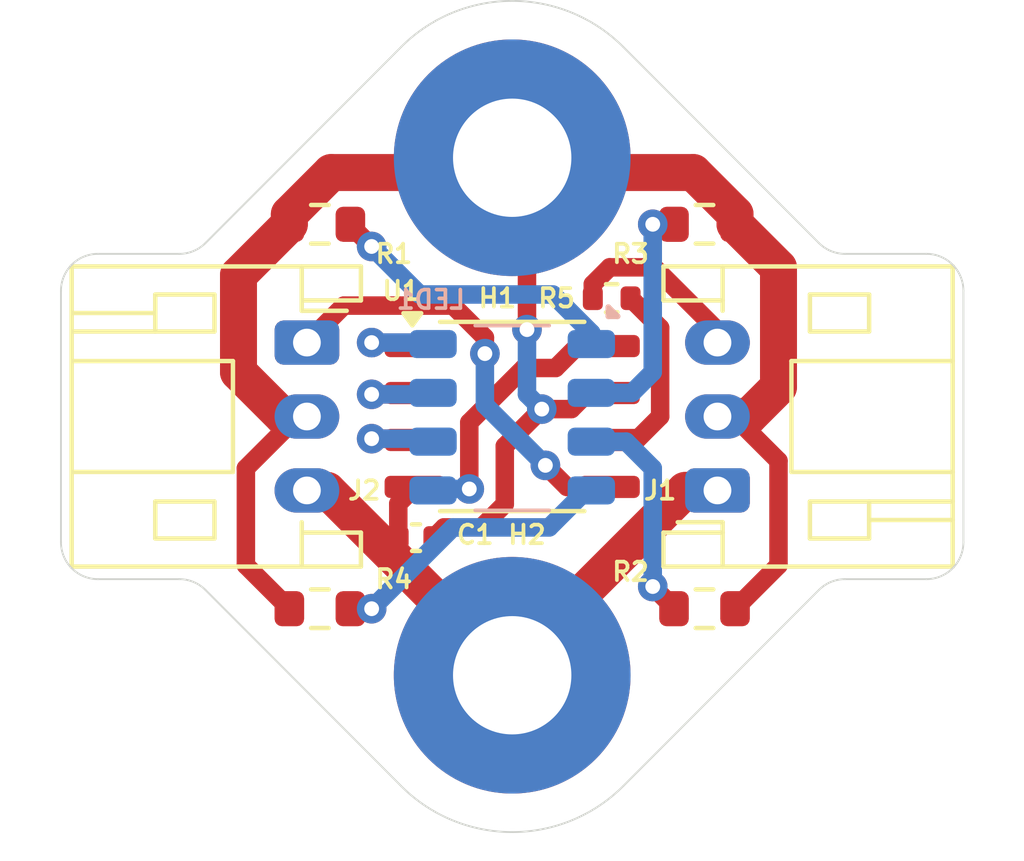
<source format=kicad_pcb>
(kicad_pcb (version 20240108) (generator "pcbnew") (generator_version "8.0")
  (layers (0 "F.Cu" signal) (31 "B.Cu" signal) (34 "B.Paste" user) (35 "F.Paste" user) (36 "B.SilkS" user "B.Silkscreen") (37 "F.SilkS" user "F.Silkscreen") (38 "B.Mask" user) (39 "F.Mask" user) (44 "Edge.Cuts" user))
  (net 0 "")
  (net 1 "GND")
  (net 2 "/DIN")
  (net 3 "+5V")
  (net 4 "/DO")
  (net 5 "/OUTW")
  (net 6 "/OUTR")
  (net 7 "/OUTG")
  (net 8 "/OUTB")
  (net 9 "Net-(LED1-GA)")
  (net 10 "Net-(LED1-WA)")
  (net 11 "Net-(LED1-BA)")
  (net 12 "Net-(LED1-RA)")
  (net 13 "Net-(U1-DIN)")
  (footprint "MountingHole:MountingHole_3.2mm_M3_Pad" (layer "F.Cu") (at 165 113)
    (property "Reference" "H1" (at -0.4 3.8 0) (layer "F.SilkS") (effects (font (size 0.5 0.5) (thickness 0.1))))
    (property "Value" "MountingHole_Pad")
    (pad "1" thru_hole circle (at 0 0) (size 6.4 6.4) (drill 3.2) (layers "*.Cu" "*.Mask") (net 3 "+5V"))
  )
  (footprint "Resistor_SMD:R_0603_1608Metric" (layer "F.Cu") (at 170.2 125.2 180)
    (property "Reference" "R2" (at 2 1 360) (layer "F.SilkS") (effects (font (size 0.5 0.5) (thickness 0.1))))
    (property "Value" "120")
    (fp_line (start -0.237258 0.5225) (end 0.237258 0.5225) (stroke (width 0.12)) (layer "F.SilkS"))
    (fp_line (start -0.237258 -0.5225) (end 0.237258 -0.5225) (stroke (width 0.12)) (layer "F.SilkS"))
    (pad "1" smd roundrect (at -0.825 0 180) (size 0.8 0.95) (layers "F.Cu" "F.Paste" "F.Mask") (net 3 "+5V"))
    (pad "2" smd roundrect (at 0.825 0 180) (size 0.8 0.95) (layers "F.Cu" "F.Paste" "F.Mask") (net 11 "Net-(LED1-BA)"))
  )
  (footprint "Resistor_SMD:R_0603_1608Metric" (layer "F.Cu") (at 170.2 114.8 180)
    (property "Reference" "R3" (at 2 -0.8 360) (layer "F.SilkS") (effects (font (size 0.5 0.5) (thickness 0.1))))
    (property "Value" "120")
    (fp_line (start -0.237258 0.5225) (end 0.237258 0.5225) (stroke (width 0.12)) (layer "F.SilkS"))
    (fp_line (start -0.237258 -0.5225) (end 0.237258 -0.5225) (stroke (width 0.12)) (layer "F.SilkS"))
    (pad "1" smd roundrect (at -0.825 0 180) (size 0.8 0.95) (layers "F.Cu" "F.Paste" "F.Mask") (net 3 "+5V"))
    (pad "2" smd roundrect (at 0.825 0 180) (size 0.8 0.95) (layers "F.Cu" "F.Paste" "F.Mask") (net 9 "Net-(LED1-GA)"))
  )
  (footprint "Capacitor_SMD:C_0402_1005Metric" (layer "F.Cu") (at 162.4 123.277076)
    (property "Reference" "C1" (at 1.6 -0.077076 0) (layer "F.SilkS") (effects (font (size 0.5 0.5) (thickness 0.1))))
    (property "Value" "100n")
    (fp_line (start -0.107836 -0.36) (end 0.107836 -0.36) (stroke (width 0.12)) (layer "F.SilkS"))
    (fp_line (start -0.107836 0.36) (end 0.107836 0.36) (stroke (width 0.12)) (layer "F.SilkS"))
    (pad "1" smd roundrect (at -0.48 0) (size 0.56 0.62) (layers "F.Cu" "F.Paste" "F.Mask") (net 1 "GND"))
    (pad "2" smd roundrect (at 0.48 0) (size 0.56 0.62) (layers "F.Cu" "F.Paste" "F.Mask") (net 3 "+5V"))
  )
  (footprint "MountingHole:MountingHole_3.2mm_M3_Pad" (layer "F.Cu") (at 165 127)
    (property "Reference" "H2" (at 0.4 -3.8 0) (layer "F.SilkS") (effects (font (size 0.5 0.5) (thickness 0.1))))
    (property "Value" "MountingHole_Pad")
    (pad "1" thru_hole circle (at 0 0) (size 6.4 6.4) (drill 3.2) (layers "*.Cu" "*.Mask") (net 1 "GND"))
  )
  (footprint "Connector_JST:JST_PH_S3B-PH-K_1x03_P2.00mm_Horizontal" (layer "F.Cu") (at 159.45 118 -90)
    (property "Reference" "J2" (at 4 -1.55 180) (layer "F.SilkS") (effects (font (size 0.5 0.5) (thickness 0.1))))
    (property "Value" "Conn_01x03_Pin")
    (fp_line (start 0.5 6.360001) (end 0.5 2) (stroke (width 0.12)) (layer "F.SilkS"))
    (fp_line (start -2.06 6.36) (end 6.06 6.36) (stroke (width 0.12)) (layer "F.SilkS"))
    (fp_line (start 6.06 6.36) (end 6.06 -1.46) (stroke (width 0.12)) (layer "F.SilkS"))
    (fp_line (start -1.3 4.1) (end -0.3 4.1) (stroke (width 0.12)) (layer "F.SilkS"))
    (fp_line (start -0.8 4.1) (end -0.8 6.360001) (stroke (width 0.12)) (layer "F.SilkS"))
    (fp_line (start -0.3 4.1) (end -0.3 6.36) (stroke (width 0.12)) (layer "F.SilkS"))
    (fp_line (start -0.3 4.1) (end -0.3 2.5) (stroke (width 0.12)) (layer "F.SilkS"))
    (fp_line (start 4.3 4.1) (end 4.3 2.5) (stroke (width 0.12)) (layer "F.SilkS"))
    (fp_line (start 5.3 4.1) (end 4.3 4.1) (stroke (width 0.12)) (layer "F.SilkS"))
    (fp_line (start -1.3 2.5) (end -1.3 4.1) (stroke (width 0.12)) (layer "F.SilkS"))
    (fp_line (start -0.3 2.5) (end -1.3 2.5) (stroke (width 0.12)) (layer "F.SilkS"))
    (fp_line (start 4.3 2.5) (end 5.3 2.5) (stroke (width 0.12)) (layer "F.SilkS"))
    (fp_line (start 5.3 2.5) (end 5.3 4.1) (stroke (width 0.12)) (layer "F.SilkS"))
    (fp_line (start 0.5 2) (end 3.5 2) (stroke (width 0.12)) (layer "F.SilkS"))
    (fp_line (start 3.5 2) (end 3.5 6.36) (stroke (width 0.12)) (layer "F.SilkS"))
    (fp_line (start -2.06 0.14) (end -1.14 0.14) (stroke (width 0.12)) (layer "F.SilkS"))
    (fp_line (start -1.14 0.14) (end -1.14 -1.46) (stroke (width 0.12)) (layer "F.SilkS"))
    (fp_line (start -0.86 0.14) (end -1.14 0.14) (stroke (width 0.12)) (layer "F.SilkS"))
    (fp_line (start -0.86 0.14) (end -0.86 -1.075) (stroke (width 0.12)) (layer "F.SilkS"))
    (fp_line (start 5.14 0.14) (end 4.86 0.14) (stroke (width 0.12)) (layer "F.SilkS"))
    (fp_line (start 6.06 0.14) (end 5.14 0.14) (stroke (width 0.12)) (layer "F.SilkS"))
    (fp_line (start -2.06 -1.46) (end -2.06 6.36) (stroke (width 0.12)) (layer "F.SilkS"))
    (fp_line (start -1.14 -1.46) (end -2.06 -1.46) (stroke (width 0.12)) (layer "F.SilkS"))
    (fp_line (start 5.14 -1.46) (end 5.14 0.14) (stroke (width 0.12)) (layer "F.SilkS"))
    (fp_line (start 6.06 -1.46) (end 5.14 -1.46) (stroke (width 0.12)) (layer "F.SilkS"))
    (pad "1" thru_hole roundrect (at 0 0 270) (size 1.2 1.75) (drill 0.75) (layers "*.Cu" "*.Mask") (roundrect_rratio 0.208333) (net 4 "/DO"))
    (pad "2" thru_hole oval (at 2.000001 0 270) (size 1.2 1.75) (drill 0.75) (layers "*.Cu" "*.Mask") (net 3 "+5V"))
    (pad "3" thru_hole oval (at 4 0 270) (size 1.2 1.75) (drill 0.75) (layers "*.Cu" "*.Mask") (net 1 "GND"))
  )
  (footprint "Package_SO:SOP-8_3.9x4.9mm_P1.27mm" (layer "F.Cu") (at 165 120)
    (property "Reference" "U1" (at -3 -3.4 0) (layer "F.SilkS") (effects (font (size 0.5 0.5) (thickness 0.1))))
    (property "Value" "TM1814")
    (fp_line (start 0 -2.56) (end -1.95 -2.56) (stroke (width 0.12)) (layer "F.SilkS"))
    (fp_line (start 0 -2.56) (end 1.95 -2.56) (stroke (width 0.12)) (layer "F.SilkS"))
    (fp_line (start 0 2.56) (end -1.95 2.56) (stroke (width 0.12)) (layer "F.SilkS"))
    (fp_line (start 0 2.56) (end 1.95 2.56) (stroke (width 0.12)) (layer "F.SilkS"))
    (fp_poly (pts (xy -2.7 -2.465) (xy -2.94 -2.795) (xy -2.46 -2.795) (xy -2.7 -2.465)) (stroke (width 0.12)) (fill solid) (layer "F.SilkS"))
    (pad "1" smd roundrect (at -2.625 -1.905) (size 1.65 0.6) (layers "F.Cu" "F.Paste" "F.Mask") (net 6 "/OUTR"))
    (pad "2" smd roundrect (at -2.625 -0.635) (size 1.65 0.6) (layers "F.Cu" "F.Paste" "F.Mask") (net 7 "/OUTG"))
    (pad "3" smd roundrect (at -2.625 0.635) (size 1.65 0.6) (layers "F.Cu" "F.Paste" "F.Mask") (net 8 "/OUTB"))
    (pad "4" smd roundrect (at -2.625 1.905) (size 1.65 0.6) (layers "F.Cu" "F.Paste" "F.Mask") (net 1 "GND"))
    (pad "5" smd roundrect (at 2.625 1.905) (size 1.65 0.6) (layers "F.Cu" "F.Paste" "F.Mask") (net 4 "/DO"))
    (pad "6" smd roundrect (at 2.625 0.635) (size 1.65 0.6) (layers "F.Cu" "F.Paste" "F.Mask") (net 13 "Net-(U1-DIN)"))
    (pad "7" smd roundrect (at 2.625 -0.635) (size 1.65 0.6) (layers "F.Cu" "F.Paste" "F.Mask") (net 3 "+5V"))
    (pad "8" smd roundrect (at 2.625 -1.905) (size 1.65 0.6) (layers "F.Cu" "F.Paste" "F.Mask") (net 5 "/OUTW"))
  )
  (footprint "Resistor_SMD:R_0603_1608Metric" (layer "F.Cu") (at 159.8 125.2)
    (property "Reference" "R4" (at 2 -0.8 360) (layer "F.SilkS") (effects (font (size 0.5 0.5) (thickness 0.1))))
    (property "Value" "120")
    (fp_line (start -0.237258 -0.5225) (end 0.237258 -0.5225) (stroke (width 0.12)) (layer "F.SilkS"))
    (fp_line (start -0.237258 0.5225) (end 0.237258 0.5225) (stroke (width 0.12)) (layer "F.SilkS"))
    (pad "1" smd roundrect (at -0.825 0) (size 0.8 0.95) (layers "F.Cu" "F.Paste" "F.Mask") (net 3 "+5V"))
    (pad "2" smd roundrect (at 0.825 0) (size 0.8 0.95) (layers "F.Cu" "F.Paste" "F.Mask") (net 10 "Net-(LED1-WA)"))
  )
  (footprint "Connector_JST:JST_PH_S3B-PH-K_1x03_P2.00mm_Horizontal" (layer "F.Cu") (at 170.55 122 90)
    (property "Reference" "J1" (at 0 -1.55 180) (layer "F.SilkS") (effects (font (size 0.5 0.5) (thickness 0.1))))
    (property "Value" "Conn_01x03_Pin")
    (fp_line (start 6.06 -1.46) (end 5.14 -1.46) (stroke (width 0.12)) (layer "F.SilkS"))
    (fp_line (start 5.14 -1.46) (end 5.14 0.14) (stroke (width 0.12)) (layer "F.SilkS"))
    (fp_line (start -1.14 -1.46) (end -2.06 -1.46) (stroke (width 0.12)) (layer "F.SilkS"))
    (fp_line (start -2.06 -1.46) (end -2.06 6.36) (stroke (width 0.12)) (layer "F.SilkS"))
    (fp_line (start 6.06 0.14) (end 5.14 0.14) (stroke (width 0.12)) (layer "F.SilkS"))
    (fp_line (start 5.14 0.14) (end 4.86 0.14) (stroke (width 0.12)) (layer "F.SilkS"))
    (fp_line (start -0.86 0.14) (end -0.86 -1.075) (stroke (width 0.12)) (layer "F.SilkS"))
    (fp_line (start -0.86 0.14) (end -1.14 0.14) (stroke (width 0.12)) (layer "F.SilkS"))
    (fp_line (start -1.14 0.14) (end -1.14 -1.46) (stroke (width 0.12)) (layer "F.SilkS"))
    (fp_line (start -2.06 0.14) (end -1.14 0.14) (stroke (width 0.12)) (layer "F.SilkS"))
    (fp_line (start 3.5 2) (end 3.5 6.36) (stroke (width 0.12)) (layer "F.SilkS"))
    (fp_line (start 0.5 2) (end 3.5 2) (stroke (width 0.12)) (layer "F.SilkS"))
    (fp_line (start 5.3 2.5) (end 5.3 4.1) (stroke (width 0.12)) (layer "F.SilkS"))
    (fp_line (start 4.3 2.5) (end 5.3 2.5) (stroke (width 0.12)) (layer "F.SilkS"))
    (fp_line (start -0.3 2.5) (end -1.3 2.5) (stroke (width 0.12)) (layer "F.SilkS"))
    (fp_line (start -1.3 2.5) (end -1.3 4.1) (stroke (width 0.12)) (layer "F.SilkS"))
    (fp_line (start 5.3 4.1) (end 4.3 4.1) (stroke (width 0.12)) (layer "F.SilkS"))
    (fp_line (start 4.3 4.1) (end 4.3 2.5) (stroke (width 0.12)) (layer "F.SilkS"))
    (fp_line (start -0.3 4.1) (end -0.3 2.5) (stroke (width 0.12)) (layer "F.SilkS"))
    (fp_line (start -0.3 4.1) (end -0.3 6.36) (stroke (width 0.12)) (layer "F.SilkS"))
    (fp_line (start -0.8 4.1) (end -0.8 6.360001) (stroke (width 0.12)) (layer "F.SilkS"))
    (fp_line (start -1.3 4.1) (end -0.3 4.1) (stroke (width 0.12)) (layer "F.SilkS"))
    (fp_line (start 6.06 6.36) (end 6.06 -1.46) (stroke (width 0.12)) (layer "F.SilkS"))
    (fp_line (start -2.06 6.36) (end 6.06 6.36) (stroke (width 0.12)) (layer "F.SilkS"))
    (fp_line (start 0.5 6.360001) (end 0.5 2) (stroke (width 0.12)) (layer "F.SilkS"))
    (pad "1" thru_hole roundrect (at 0 0 90) (size 1.2 1.75) (drill 0.75) (layers "*.Cu" "*.Mask") (roundrect_rratio 0.208333) (net 1 "GND"))
    (pad "2" thru_hole oval (at 2.000001 0 90) (size 1.2 1.75) (drill 0.75) (layers "*.Cu" "*.Mask") (net 3 "+5V"))
    (pad "3" thru_hole oval (at 4 0 90) (size 1.2 1.75) (drill 0.75) (layers "*.Cu" "*.Mask") (net 2 "/DIN"))
  )
  (footprint "Resistor_SMD:R_0603_1608Metric" (layer "F.Cu") (at 159.8 114.8)
    (property "Reference" "R1" (at 2 0.8 360) (layer "F.SilkS") (effects (font (size 0.5 0.5) (thickness 0.1))))
    (property "Value" "180")
    (fp_line (start -0.237258 -0.5225) (end 0.237258 -0.5225) (stroke (width 0.12)) (layer "F.SilkS"))
    (fp_line (start -0.237258 0.5225) (end 0.237258 0.5225) (stroke (width 0.12)) (layer "F.SilkS"))
    (pad "1" smd roundrect (at -0.825 0) (size 0.8 0.95) (layers "F.Cu" "F.Paste" "F.Mask") (net 3 "+5V"))
    (pad "2" smd roundrect (at 0.825 0) (size 0.8 0.95) (layers "F.Cu" "F.Paste" "F.Mask") (net 12 "Net-(LED1-RA)"))
  )
  (footprint "Resistor_SMD:R_0402_1005Metric" (layer "F.Cu") (at 167.69 116.8)
    (property "Reference" "R5" (at -1.49 0 0) (layer "F.SilkS") (effects (font (size 0.5 0.5) (thickness 0.1))))
    (property "Value" "100")
    (fp_line (start -0.153641 -0.38) (end 0.153641 -0.38) (stroke (width 0.12)) (layer "F.SilkS"))
    (fp_line (start -0.153641 0.38) (end 0.153641 0.38) (stroke (width 0.12)) (layer "F.SilkS"))
    (pad "1" smd roundrect (at -0.51 0) (size 0.54 0.64) (layers "F.Cu" "F.Paste" "F.Mask") (net 2 "/DIN"))
    (pad "2" smd roundrect (at 0.51 0) (size 0.54 0.64) (layers "F.Cu" "F.Paste" "F.Mask") (net 13 "Net-(U1-DIN)"))
  )
  (footprint "User_Footprints:XL-5050RGBW" (layer "B.Cu") (at 165 120.04 180)
    (property "Reference" "LED1" (at 2.2 3.2 0) (layer "B.SilkS") (effects (font (size 0.5 0.5) (thickness 0.1)) (justify mirror)))
    (property "Value" "XL-5050RGBW")
    (fp_line (start 1 2.5) (end -1 2.5) (stroke (width 0.1)) (layer "B.SilkS"))
    (fp_line (start 1 -2.5) (end -1 -2.5) (stroke (width 0.1)) (layer "B.SilkS"))
    (fp_line (start -2.6 3) (end -2.6 2.75) (stroke (width 0.15)) (layer "B.SilkS"))
    (fp_line (start -2.6 3) (end -2.85 2.75) (stroke (width 0.15)) (layer "B.SilkS"))
    (fp_line (start -2.6 2.75) (end -2.85 2.75) (stroke (width 0.15)) (layer "B.SilkS"))
    (pad "1" smd roundrect (at -2.14 2 180) (size 1.28 0.76) (layers "B.Cu" "B.Paste" "B.Mask") (net 12 "Net-(LED1-RA)"))
    (pad "2" smd roundrect (at -2.14 0.68 180) (size 1.28 0.76) (layers "B.Cu" "B.Paste" "B.Mask") (net 9 "Net-(LED1-GA)"))
    (pad "3" smd roundrect (at -2.14 -0.64 180) (size 1.28 0.76) (layers "B.Cu" "B.Paste" "B.Mask") (net 11 "Net-(LED1-BA)"))
    (pad "4" smd roundrect (at -2.14 -1.96 180) (size 1.28 0.76) (layers "B.Cu" "B.Paste" "B.Mask") (net 10 "Net-(LED1-WA)"))
    (pad "5" smd roundrect (at 2.14 -1.96 180) (size 1.28 0.76) (layers "B.Cu" "B.Paste" "B.Mask") (net 5 "/OUTW"))
    (pad "6" smd roundrect (at 2.14 -0.64 180) (size 1.28 0.76) (layers "B.Cu" "B.Paste" "B.Mask") (net 8 "/OUTB"))
    (pad "7" smd roundrect (at 2.14 0.68 180) (size 1.28 0.76) (layers "B.Cu" "B.Paste" "B.Mask") (net 7 "/OUTG"))
    (pad "8" smd roundrect (at 2.14 2 180) (size 1.28 0.76) (layers "B.Cu" "B.Paste" "B.Mask") (net 6 "/OUTR"))
  )
  (gr_line (start 152.799999 116.6) (end 152.799999 123.4) (stroke (width 0.05)) (layer "Edge.Cuts"))
  (gr_arc (start 162 110) (mid 165 108.757359) (end 168 110) (stroke (width 0.05)) (layer "Edge.Cuts"))
  (gr_line (start 155.999999 115.6) (end 153.799999 115.6) (stroke (width 0.05)) (layer "Edge.Cuts"))
  (gr_line (start 168 110) (end 173.292893 115.307106) (stroke (width 0.05)) (layer "Edge.Cuts"))
  (gr_arc (start 177.2 123.4) (mid 176.907107 124.107107) (end 176.2 124.4) (stroke (width 0.05)) (layer "Edge.Cuts"))
  (gr_arc (start 156.707106 115.307107) (mid 156.382683 115.52388) (end 155.999999 115.6) (stroke (width 0.05)) (layer "Edge.Cuts"))
  (gr_arc (start 168 130) (mid 165 131.242641) (end 162 130) (stroke (width 0.05)) (layer "Edge.Cuts"))
  (gr_arc (start 155.999998 124.4) (mid 156.382683 124.47612) (end 156.707106 124.692894) (stroke (width 0.05)) (layer "Edge.Cuts"))
  (gr_arc (start 176.2 115.6) (mid 176.907107 115.892893) (end 177.2 116.6) (stroke (width 0.05)) (layer "Edge.Cuts"))
  (gr_arc (start 152.799999 116.6) (mid 153.092893 115.892894) (end 153.799999 115.6) (stroke (width 0.05)) (layer "Edge.Cuts"))
  (gr_line (start 168 130) (end 173.292893 124.692893) (stroke (width 0.05)) (layer "Edge.Cuts"))
  (gr_arc (start 153.8 124.4) (mid 153.092893 124.107107) (end 152.799999 123.4) (stroke (width 0.05)) (layer "Edge.Cuts"))
  (gr_line (start 162 110) (end 156.707106 115.307107) (stroke (width 0.05)) (layer "Edge.Cuts"))
  (gr_line (start 177.2 123.4) (end 177.2 116.6) (stroke (width 0.05)) (layer "Edge.Cuts"))
  (gr_arc (start 173.292893 124.692893) (mid 173.617316 124.47612) (end 174 124.4) (stroke (width 0.05)) (layer "Edge.Cuts"))
  (gr_arc (start 174 115.6) (mid 173.617316 115.52388) (end 173.292893 115.307106) (stroke (width 0.05)) (layer "Edge.Cuts"))
  (gr_line (start 174 124.4) (end 176.2 124.4) (stroke (width 0.05)) (layer "Edge.Cuts"))
  (gr_line (start 162 130) (end 156.707106 124.692894) (stroke (width 0.05)) (layer "Edge.Cuts"))
  (gr_line (start 153.8 124.4) (end 155.999998 124.4) (stroke (width 0.05)) (layer "Edge.Cuts"))
  (gr_line (start 176.2 115.6) (end 174 115.6) (stroke (width 0.05)) (layer "Edge.Cuts"))
  (segment (start 169.675 122) (end 165 126.675) (width 1) (layer "F.Cu") (net 1))
  (segment (start 165 127) (end 160 122) (width 1) (layer "F.Cu") (net 1))
  (segment (start 170.55 122) (end 169.675 122) (width 1) (layer "F.Cu") (net 1))
  (segment (start 160 122) (end 159.45 122) (width 1) (layer "F.Cu") (net 1))
  (segment (start 161.92 123.277076) (end 161.92 122.36) (width 0.5) (layer "F.Cu") (net 1))
  (segment (start 165 126.675) (end 165 127) (width 1) (layer "F.Cu") (net 1))
  (segment (start 161.92 122.36) (end 162.375 121.905) (width 0.5) (layer "F.Cu") (net 1))
  (segment (start 168.839061 115.964061) (end 170.55 117.675) (width 0.5) (layer "F.Cu") (net 2))
  (segment (start 167.18 116.42) (end 167.635939 115.964061) (width 0.5) (layer "F.Cu") (net 2))
  (segment (start 170.55 117.675) (end 170.55 118) (width 0.5) (layer "F.Cu") (net 2))
  (segment (start 167.635939 115.964061) (end 168.839061 115.964061) (width 0.5) (layer "F.Cu") (net 2))
  (segment (start 167.18 116.8) (end 167.18 116.42) (width 0.5) (layer "F.Cu") (net 2))
  (segment (start 172.2 121.2) (end 170.999999 119.999999) (width 0.5) (layer "F.Cu") (net 3))
  (segment (start 171.025 114.8) (end 171.025 114.526328) (width 1) (layer "F.Cu") (net 3))
  (segment (start 170.800001 119.999999) (end 170.55 119.999999) (width 0.5) (layer "F.Cu") (net 3))
  (segment (start 157.6 118.8) (end 157.6 116.175) (width 1) (layer "F.Cu") (net 3))
  (segment (start 165.8 119.8) (end 164.8 120.8) (width 0.5) (layer "F.Cu") (net 3))
  (segment (start 171.400001 119.999999) (end 172.2 119.2) (width 1) (layer "F.Cu") (net 3))
  (segment (start 170.999999 119.999999) (end 170.55 119.999999) (width 0.5) (layer "F.Cu") (net 3))
  (segment (start 163.157076 123) (end 162.88 123.277076) (width 0.5) (layer "F.Cu") (net 3))
  (segment (start 157.8 121.4) (end 159.199999 120.000001) (width 0.5) (layer "F.Cu") (net 3))
  (segment (start 169.898672 113.4) (end 165.4 113.4) (width 1) (layer "F.Cu") (net 3))
  (segment (start 157.8 124.025) (end 157.8 121.4) (width 0.5) (layer "F.Cu") (net 3))
  (segment (start 167.625 119.365) (end 167.035 119.365) (width 0.5) (layer "F.Cu") (net 3))
  (segment (start 166.6 119.8) (end 165.8 119.8) (width 0.5) (layer "F.Cu") (net 3))
  (segment (start 164.8 120.8) (end 164.8 122.369304) (width 0.5) (layer "F.Cu") (net 3))
  (segment (start 165.4 117.649056) (end 165.4 113.4) (width 0.5) (layer "F.Cu") (net 3))
  (segment (start 160.104469 113.4) (end 158.975 114.529469) (width 1) (layer "F.Cu") (net 3))
  (segment (start 158.800001 120.000001) (end 157.6 118.8) (width 1) (layer "F.Cu") (net 3))
  (segment (start 172.2 124.025) (end 172.2 121.2) (width 0.5) (layer "F.Cu") (net 3))
  (segment (start 172.2 119.2) (end 172.2 115.975) (width 1) (layer "F.Cu") (net 3))
  (segment (start 167.035 119.365) (end 166.6 119.8) (width 0.5) (layer "F.Cu") (net 3))
  (segment (start 158.975 125.2) (end 157.8 124.025) (width 0.5) (layer "F.Cu") (net 3))
  (segment (start 157.6 116.175) (end 158.975 114.8) (width 1) (layer "F.Cu") (net 3))
  (segment (start 158.975 114.529469) (end 158.975 114.8) (width 1) (layer "F.Cu") (net 3))
  (segment (start 165 113) (end 164.6 113.4) (width 1) (layer "F.Cu") (net 3))
  (segment (start 159.199999 120.000001) (end 159.45 120.000001) (width 0.5) (layer "F.Cu") (net 3))
  (segment (start 164.6 113.4) (end 160.104469 113.4) (width 1) (layer "F.Cu") (net 3))
  (segment (start 159.45 120.000001) (end 158.800001 120.000001) (width 1) (layer "F.Cu") (net 3))
  (segment (start 170.55 119.999999) (end 171.400001 119.999999) (width 1) (layer "F.Cu") (net 3))
  (segment (start 172.2 115.975) (end 171.025 114.8) (width 1) (layer "F.Cu") (net 3))
  (segment (start 164.169304 123) (end 163.157076 123) (width 0.5) (layer "F.Cu") (net 3))
  (segment (start 165.4 113.4) (end 165 113) (width 0.5) (layer "F.Cu") (net 3))
  (segment (start 171.025 125.2) (end 172.2 124.025) (width 0.5) (layer "F.Cu") (net 3))
  (segment (start 164.8 122.369304) (end 164.169304 123) (width 0.5) (layer "F.Cu") (net 3))
  (segment (start 159.200001 120.000001) (end 159.45 120.000001) (width 0.5) (layer "F.Cu") (net 3))
  (segment (start 171.025 114.526328) (end 169.898672 113.4) (width 1) (layer "F.Cu") (net 3))
  (via (at 165.4 117.649056) (size 0.8) (drill 0.4) (layers "F.Cu" "B.Cu") (net 3))
  (via (at 165.8 119.8) (size 0.8) (drill 0.4) (layers "F.Cu" "B.Cu") (net 3))
  (segment (start 165.4 117.649056) (end 165.4 119.4) (width 0.5) (layer "B.Cu") (net 3))
  (segment (start 165.4 119.4) (end 165.8 119.8) (width 0.5) (layer "B.Cu") (net 3))
  (segment (start 164.261997 117.861997) (end 163.4 117) (width 0.5) (layer "F.Cu") (net 4))
  (segment (start 160.45 117) (end 159.45 118) (width 0.5) (layer "F.Cu") (net 4))
  (segment (start 165.897708 121.321717) (end 166.480991 121.905) (width 0.5) (layer "F.Cu") (net 4))
  (segment (start 164.261997 118.29791) (end 164.261997 117.861997) (width 0.5) (layer "F.Cu") (net 4))
  (segment (start 166.480991 121.905) (end 167.625 121.905) (width 0.5) (layer "F.Cu") (net 4))
  (segment (start 163.4 117) (end 160.45 117) (width 0.5) (layer "F.Cu") (net 4))
  (via (at 164.261997 118.29791) (size 0.8) (drill 0.4) (layers "F.Cu" "B.Cu") (net 4))
  (via (at 165.897708 121.321717) (size 0.8) (drill 0.4) (layers "F.Cu" "B.Cu") (net 4))
  (segment (start 164.261997 119.686006) (end 165.897708 121.321717) (width 0.5) (layer "B.Cu") (net 4))
  (segment (start 164.261997 118.29791) (end 164.261997 119.686006) (width 0.5) (layer "B.Cu") (net 4))
  (segment (start 166.765 118.095) (end 167.625 118.095) (width 0.5) (layer "F.Cu") (net 5))
  (segment (start 163.84 121.96) (end 163.84 120.16) (width 0.5) (layer "F.Cu") (net 5))
  (segment (start 165.312 118.688) (end 166.172 118.688) (width 0.5) (layer "F.Cu") (net 5))
  (segment (start 163.84 120.16) (end 165.312 118.688) (width 0.5) (layer "F.Cu") (net 5))
  (segment (start 166.172 118.688) (end 166.765 118.095) (width 0.5) (layer "F.Cu") (net 5))
  (via (at 163.84 121.96) (size 0.8) (drill 0.4) (layers "F.Cu" "B.Cu") (net 5))
  (segment (start 163.84 121.96) (end 162.86 121.96) (width 0.5) (layer "B.Cu") (net 5))
  (segment (start 162.28 118) (end 162.375 118.095) (width 0.5) (layer "F.Cu") (net 6))
  (segment (start 161.2 118) (end 162.28 118) (width 0.5) (layer "F.Cu") (net 6))
  (via (at 161.2 118) (size 0.8) (drill 0.4) (layers "F.Cu" "B.Cu") (net 6))
  (segment (start 162.86 118) (end 161.2 118) (width 0.5) (layer "B.Cu") (net 6))
  (segment (start 161.2 119.4) (end 162.34 119.4) (width 0.5) (layer "F.Cu") (net 7))
  (segment (start 162.34 119.4) (end 162.375 119.365) (width 0.5) (layer "F.Cu") (net 7))
  (via (at 161.2 119.4) (size 0.8) (drill 0.4) (layers "F.Cu" "B.Cu") (net 7))
  (segment (start 161.2 119.4) (end 162.78 119.4) (width 0.5) (layer "B.Cu") (net 7))
  (segment (start 162.78 119.4) (end 162.86 119.32) (width 0.5) (layer "B.Cu") (net 7))
  (segment (start 161.2 120.6) (end 162.34 120.6) (width 0.5) (layer "F.Cu") (net 8))
  (segment (start 162.34 120.6) (end 162.375 120.635) (width 0.5) (layer "F.Cu") (net 8))
  (via (at 161.2 120.6) (size 0.8) (drill 0.4) (layers "F.Cu" "B.Cu") (net 8))
  (segment (start 161.2 120.6) (end 162.82 120.6) (width 0.5) (layer "B.Cu") (net 8))
  (segment (start 162.82 120.6) (end 162.86 120.64) (width 0.5) (layer "B.Cu") (net 8))
  (segment (start 169.375 114.8) (end 168.8 114.8) (width 0.5) (layer "F.Cu") (net 9))
  (via (at 168.8 114.8) (size 0.8) (drill 0.4) (layers "F.Cu" "B.Cu") (net 9))
  (segment (start 168.24 119.36) (end 168.8 118.8) (width 0.5) (layer "B.Cu") (net 9))
  (segment (start 168.8 118.8) (end 168.8 114.8) (width 0.5) (layer "B.Cu") (net 9))
  (segment (start 167.14 119.36) (end 168.24 119.36) (width 0.5) (layer "B.Cu") (net 9))
  (segment (start 161.2 125.2) (end 160.625 125.2) (width 0.5) (layer "F.Cu") (net 10))
  (via (at 161.2 125.2) (size 0.8) (drill 0.4) (layers "F.Cu" "B.Cu") (net 10))
  (segment (start 167 122) (end 166 123) (width 0.5) (layer "B.Cu") (net 10))
  (segment (start 166 123) (end 163.4 123) (width 0.5) (layer "B.Cu") (net 10))
  (segment (start 163.4 123) (end 161.2 125.2) (width 0.5) (layer "B.Cu") (net 10))
  (segment (start 167.14 122) (end 167 122) (width 0.5) (layer "B.Cu") (net 10))
  (segment (start 169.375 125.175) (end 168.8 124.6) (width 0.5) (layer "F.Cu") (net 11))
  (segment (start 169.375 125.2) (end 169.375 125.175) (width 0.5) (layer "F.Cu") (net 11))
  (via (at 168.8 124.6) (size 0.8) (drill 0.4) (layers "F.Cu" "B.Cu") (net 11))
  (segment (start 167.14 120.68) (end 168.08 120.68) (width 0.5) (layer "B.Cu") (net 11))
  (segment (start 168.08 120.68) (end 168.8 121.4) (width 0.5) (layer "B.Cu") (net 11))
  (segment (start 168.8 121.4) (end 168.8 124.6) (width 0.5) (layer "B.Cu") (net 11))
  (segment (start 160.625 114.8) (end 160.625 114.825) (width 0.5) (layer "F.Cu") (net 12))
  (segment (start 160.625 114.825) (end 161.2 115.4) (width 0.5) (layer "F.Cu") (net 12))
  (via (at 161.2 115.4) (size 0.8) (drill 0.4) (layers "F.Cu" "B.Cu") (net 12))
  (segment (start 166.098948 116.698948) (end 162.498948 116.698948) (width 0.5) (layer "B.Cu") (net 12))
  (segment (start 167.14 118.04) (end 167.14 117.74) (width 0.5) (layer "B.Cu") (net 12))
  (segment (start 162.498948 116.698948) (end 161.2 115.4) (width 0.5) (layer "B.Cu") (net 12))
  (segment (start 167.14 117.74) (end 166.098948 116.698948) (width 0.5) (layer "B.Cu") (net 12))
  (segment (start 168.365 120.635) (end 169 120) (width 0.5) (layer "F.Cu") (net 13))
  (segment (start 169 120) (end 169 117.6) (width 0.5) (layer "F.Cu") (net 13))
  (segment (start 169 117.6) (end 168.2 116.8) (width 0.5) (layer "F.Cu") (net 13))
  (segment (start 167.625 120.635) (end 168.365 120.635) (width 0.5) (layer "F.Cu") (net 13))
)
</source>
